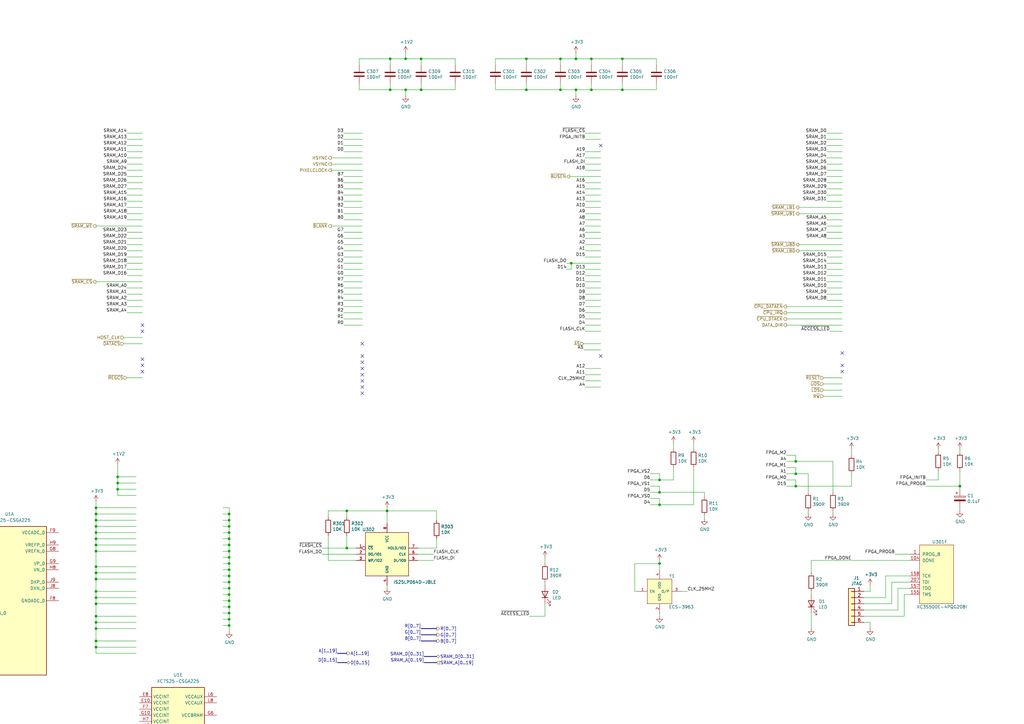
<source format=kicad_sch>
(kicad_sch (version 20230121) (generator eeschema)
  (paper "A3")
  (junction (at 39.37 265.43))
  (junction (at 93.98 223.52))
  (junction (at 39.37 245.11))
  (junction (at 215.9 24.13))
  (junction (at 160.02 24.13))
  (junction (at 39.37 220.98))
  (junction (at 48.26 195.58))
  (junction (at 39.37 223.52))
  (junction (at 39.37 226.06))
  (junction (at 242.57 24.13))
  (junction (at 93.98 210.82))
  (junction (at 229.87 36.83))
  (junction (at 142.24 224.79))
  (junction (at 142.24 209.55))
  (junction (at 93.98 213.36))
  (junction (at 39.37 252.73))
  (junction (at 93.98 218.44))
  (junction (at 93.98 233.68))
  (junction (at 326.39 189.23))
  (junction (at 215.9 36.83))
  (junction (at 236.22 36.83))
  (junction (at 93.98 246.38))
  (junction (at 39.37 234.95))
  (junction (at 39.37 247.65))
  (junction (at 48.26 198.12))
  (junction (at 39.37 257.81))
  (junction (at 39.37 255.27))
  (junction (at 39.37 210.82))
  (junction (at 229.87 24.13))
  (junction (at 172.72 36.83))
  (junction (at 93.98 220.98))
  (junction (at 93.98 248.92))
  (junction (at 234.315 107.95))
  (junction (at 39.37 218.44))
  (junction (at 255.27 24.13))
  (junction (at 93.98 241.3))
  (junction (at 39.37 213.36))
  (junction (at 93.98 243.84))
  (junction (at 39.37 242.57))
  (junction (at 255.27 36.83))
  (junction (at 93.98 251.46))
  (junction (at 93.98 231.14))
  (junction (at 166.37 24.13))
  (junction (at 270.51 196.85))
  (junction (at 270.51 201.93))
  (junction (at 270.51 231.14))
  (junction (at 39.37 237.49))
  (junction (at 48.26 200.66))
  (junction (at 166.37 36.83))
  (junction (at 39.37 215.9))
  (junction (at 93.98 228.6))
  (junction (at 39.37 208.28))
  (junction (at 270.51 207.01))
  (junction (at 93.98 236.22))
  (junction (at 160.02 36.83))
  (junction (at 326.39 199.39))
  (junction (at 93.98 254))
  (junction (at 236.22 24.13))
  (junction (at 242.57 36.83))
  (junction (at 39.37 232.41))
  (junction (at 393.7 199.39))
  (junction (at 93.98 215.9))
  (junction (at 93.98 226.06))
  (junction (at 39.37 262.89))
  (junction (at 93.98 238.76))
  (junction (at 172.72 24.13))
  (junction (at 93.98 256.54))
  (junction (at 326.39 194.31))
  (junction (at 158.75 209.55))
  (no_connect (at 148.59 146.05))
  (no_connect (at 148.59 148.59))
  (no_connect (at 246.38 59.69))
  (no_connect (at 345.44 149.86))
  (no_connect (at 345.44 152.4))
  (no_connect (at 345.44 144.78))
  (no_connect (at 58.42 133.35))
  (no_connect (at 58.42 135.89))
  (no_connect (at 58.42 147.32))
  (no_connect (at 58.42 149.86))
  (no_connect (at 58.42 152.4))
  (no_connect (at 148.59 140.97))
  (no_connect (at 148.59 161.29))
  (no_connect (at 148.59 158.75))
  (no_connect (at 148.59 156.21))
  (no_connect (at 148.59 153.67))
  (no_connect (at 148.59 151.13))
  (no_connect (at 246.38 146.05))
  (wire (pts (xy 337.82 157.48) (xy 345.44 157.48)))
  (wire (pts (xy 255.27 34.29) (xy 255.27 36.83)))
  (wire (pts (xy 93.98 256.54) (xy 91.44 256.54)))
  (wire (pts (xy 39.37 255.27) (xy 39.37 257.81)))
  (wire (pts (xy 58.42 90.17) (xy 52.07 90.17)))
  (wire (pts (xy 339.09 92.71) (xy 345.44 92.71)))
  (wire (pts (xy 39.37 208.28) (xy 39.37 210.82)))
  (wire (pts (xy 39.37 267.97) (xy 55.88 267.97)))
  (wire (pts (xy 203.2 36.83) (xy 215.9 36.83)))
  (wire (pts (xy 373.38 227.33) (xy 367.03 227.33)))
  (wire (pts (xy 39.37 245.11) (xy 39.37 247.65)))
  (wire (pts (xy 55.88 245.11) (xy 39.37 245.11)))
  (wire (pts (xy 91.44 215.9) (xy 93.98 215.9)))
  (wire (pts (xy 270.51 194.31) (xy 270.51 196.85)))
  (wire (pts (xy 91.44 254) (xy 93.98 254)))
  (wire (pts (xy 48.26 195.58) (xy 48.26 190.5)))
  (wire (pts (xy 393.7 185.42) (xy 393.7 184.15)))
  (wire (pts (xy 148.59 100.33) (xy 140.97 100.33)))
  (wire (pts (xy 166.37 21.59) (xy 166.37 24.13)))
  (wire (pts (xy 39.37 232.41) (xy 55.88 232.41)))
  (wire (pts (xy 255.27 24.13) (xy 269.24 24.13)))
  (wire (pts (xy 39.37 257.81) (xy 39.37 262.89)))
  (wire (pts (xy 246.38 95.25) (xy 240.03 95.25)))
  (wire (pts (xy 55.88 265.43) (xy 39.37 265.43)))
  (wire (pts (xy 240.03 133.35) (xy 246.38 133.35)))
  (wire (pts (xy 52.07 62.23) (xy 58.42 62.23)))
  (wire (pts (xy 55.88 223.52) (xy 39.37 223.52)))
  (wire (pts (xy 58.42 118.11) (xy 52.07 118.11)))
  (wire (pts (xy 384.81 185.42) (xy 384.81 184.15)))
  (wire (pts (xy 171.45 227.33) (xy 177.8 227.33)))
  (wire (pts (xy 55.88 237.49) (xy 39.37 237.49)))
  (wire (pts (xy 93.98 208.28) (xy 91.44 208.28)))
  (wire (pts (xy 345.44 100.33) (xy 327.66 100.33)))
  (wire (pts (xy 55.88 247.65) (xy 39.37 247.65)))
  (wire (pts (xy 373.38 243.84) (xy 370.84 243.84)))
  (wire (pts (xy 39.37 223.52) (xy 39.37 220.98)))
  (wire (pts (xy 240.03 123.19) (xy 246.38 123.19)))
  (wire (pts (xy 345.44 82.55) (xy 339.09 82.55)))
  (wire (pts (xy 246.38 102.87) (xy 240.03 102.87)))
  (wire (pts (xy 288.925 201.93) (xy 288.925 203.835)))
  (wire (pts (xy 39.37 92.71) (xy 58.42 92.71)))
  (wire (pts (xy 158.75 209.55) (xy 179.07 209.55)))
  (wire (pts (xy 134.62 219.71) (xy 134.62 229.87)))
  (wire (pts (xy 39.37 232.41) (xy 39.37 234.95)))
  (wire (pts (xy 58.42 102.87) (xy 52.07 102.87)))
  (wire (pts (xy 270.51 229.87) (xy 270.51 231.14)))
  (wire (pts (xy 270.51 251.46) (xy 270.51 252.73)))
  (wire (pts (xy 147.32 26.67) (xy 147.32 24.13)))
  (wire (pts (xy 142.24 212.09) (xy 142.24 209.55)))
  (wire (pts (xy 260.35 242.57) (xy 260.35 231.14)))
  (wire (pts (xy 349.25 199.39) (xy 349.25 194.31)))
  (wire (pts (xy 140.97 72.39) (xy 148.59 72.39)))
  (wire (pts (xy 276.225 196.85) (xy 276.225 191.77)))
  (wire (pts (xy 55.88 200.66) (xy 48.26 200.66)))
  (wire (pts (xy 261.62 242.57) (xy 260.35 242.57)))
  (wire (pts (xy 55.88 203.2) (xy 48.26 203.2)))
  (wire (pts (xy 354.33 245.11) (xy 363.22 245.11)))
  (wire (pts (xy 229.87 24.13) (xy 215.9 24.13)))
  (wire (pts (xy 266.7 199.39) (xy 270.51 199.39)))
  (wire (pts (xy 146.05 227.33) (xy 132.08 227.33)))
  (wire (pts (xy 39.37 226.06) (xy 39.37 232.41)))
  (wire (pts (xy 322.58 125.73) (xy 345.44 125.73)))
  (wire (pts (xy 327.66 102.87) (xy 345.44 102.87)))
  (wire (pts (xy 148.59 120.65) (xy 140.97 120.65)))
  (wire (pts (xy 93.98 228.6) (xy 93.98 226.06)))
  (wire (pts (xy 322.58 199.39) (xy 326.39 199.39)))
  (wire (pts (xy 240.03 130.81) (xy 246.38 130.81)))
  (wire (pts (xy 55.88 226.06) (xy 39.37 226.06)))
  (wire (pts (xy 326.39 186.69) (xy 326.39 189.23)))
  (wire (pts (xy 284.48 191.77) (xy 284.48 207.01)))
  (wire (pts (xy 239.395 143.51) (xy 246.38 143.51)))
  (wire (pts (xy 48.26 200.66) (xy 48.26 198.12)))
  (wire (pts (xy 142.24 209.55) (xy 158.75 209.55)))
  (wire (pts (xy 354.33 247.65) (xy 365.76 247.65)))
  (wire (pts (xy 58.42 105.41) (xy 52.07 105.41)))
  (wire (pts (xy 55.88 215.9) (xy 39.37 215.9)))
  (wire (pts (xy 266.7 204.47) (xy 270.51 204.47)))
  (wire (pts (xy 345.44 80.01) (xy 339.09 80.01)))
  (wire (pts (xy 322.58 186.69) (xy 326.39 186.69)))
  (wire (pts (xy 52.07 69.85) (xy 58.42 69.85)))
  (wire (pts (xy 39.37 262.89) (xy 39.37 265.43)))
  (wire (pts (xy 240.03 110.49) (xy 246.38 110.49)))
  (wire (pts (xy 148.59 130.81) (xy 140.97 130.81)))
  (wire (pts (xy 147.32 36.83) (xy 160.02 36.83)))
  (wire (pts (xy 327.66 85.09) (xy 345.44 85.09)))
  (bus (pts (xy 179.07 269.24) (xy 173.99 269.24)))
  (wire (pts (xy 240.03 64.77) (xy 246.38 64.77)))
  (wire (pts (xy 242.57 36.83) (xy 255.27 36.83)))
  (wire (pts (xy 234.315 107.95) (xy 234.315 110.49)))
  (wire (pts (xy 339.09 120.65) (xy 345.44 120.65)))
  (wire (pts (xy 172.72 24.13) (xy 172.72 26.67)))
  (wire (pts (xy 341.63 189.23) (xy 326.39 189.23)))
  (bus (pts (xy 138.43 267.97) (xy 142.24 267.97)))
  (wire (pts (xy 172.72 24.13) (xy 186.69 24.13)))
  (wire (pts (xy 91.44 228.6) (xy 93.98 228.6)))
  (wire (pts (xy 242.57 34.29) (xy 242.57 36.83)))
  (wire (pts (xy 140.97 54.61) (xy 148.59 54.61)))
  (wire (pts (xy 370.84 252.73) (xy 354.33 252.73)))
  (wire (pts (xy 240.03 135.89) (xy 246.38 135.89)))
  (wire (pts (xy 93.98 223.52) (xy 93.98 220.98)))
  (wire (pts (xy 158.75 240.03) (xy 158.75 241.3)))
  (wire (pts (xy 356.87 255.27) (xy 354.33 255.27)))
  (wire (pts (xy 55.88 220.98) (xy 39.37 220.98)))
  (wire (pts (xy 39.37 115.57) (xy 58.42 115.57)))
  (wire (pts (xy 58.42 87.63) (xy 52.07 87.63)))
  (wire (pts (xy 140.97 77.47) (xy 148.59 77.47)))
  (wire (pts (xy 93.98 213.36) (xy 93.98 210.82)))
  (wire (pts (xy 55.88 234.95) (xy 39.37 234.95)))
  (wire (pts (xy 39.37 213.36) (xy 55.88 213.36)))
  (wire (pts (xy 160.02 34.29) (xy 160.02 36.83)))
  (wire (pts (xy 345.44 74.93) (xy 339.09 74.93)))
  (wire (pts (xy 332.74 229.87) (xy 332.74 234.95)))
  (wire (pts (xy 345.44 57.15) (xy 339.09 57.15)))
  (wire (pts (xy 93.98 218.44) (xy 93.98 215.9)))
  (wire (pts (xy 339.09 95.25) (xy 345.44 95.25)))
  (wire (pts (xy 246.38 69.85) (xy 240.03 69.85)))
  (wire (pts (xy 148.59 97.79) (xy 140.97 97.79)))
  (wire (pts (xy 365.76 247.65) (xy 365.76 238.76)))
  (wire (pts (xy 288.925 212.725) (xy 288.925 211.455)))
  (wire (pts (xy 166.37 24.13) (xy 172.72 24.13)))
  (wire (pts (xy 229.87 36.83) (xy 236.22 36.83)))
  (wire (pts (xy 55.88 257.81) (xy 39.37 257.81)))
  (wire (pts (xy 39.37 242.57) (xy 39.37 245.11)))
  (wire (pts (xy 242.57 24.13) (xy 255.27 24.13)))
  (wire (pts (xy 55.88 210.82) (xy 39.37 210.82)))
  (wire (pts (xy 339.09 67.31) (xy 345.44 67.31)))
  (wire (pts (xy 246.38 82.55) (xy 240.03 82.55)))
  (wire (pts (xy 140.97 74.93) (xy 148.59 74.93)))
  (wire (pts (xy 158.75 209.55) (xy 158.75 208.28)))
  (wire (pts (xy 93.98 259.08) (xy 93.98 256.54)))
  (wire (pts (xy 39.37 210.82) (xy 39.37 213.36)))
  (bus (pts (xy 172.72 260.35) (xy 179.07 260.35)))
  (wire (pts (xy 284.48 207.01) (xy 270.51 207.01)))
  (wire (pts (xy 331.47 194.31) (xy 326.39 194.31)))
  (wire (pts (xy 215.9 34.29) (xy 215.9 36.83)))
  (wire (pts (xy 339.09 107.95) (xy 345.44 107.95)))
  (wire (pts (xy 236.22 39.37) (xy 236.22 36.83)))
  (wire (pts (xy 239.395 140.97) (xy 246.38 140.97)))
  (wire (pts (xy 148.59 107.95) (xy 140.97 107.95)))
  (wire (pts (xy 217.17 252.73) (xy 223.52 252.73)))
  (wire (pts (xy 326.39 194.31) (xy 326.39 191.77)))
  (wire (pts (xy 229.87 26.67) (xy 229.87 24.13)))
  (wire (pts (xy 93.98 231.14) (xy 93.98 228.6)))
  (wire (pts (xy 266.7 194.31) (xy 270.51 194.31)))
  (wire (pts (xy 240.03 120.65) (xy 246.38 120.65)))
  (wire (pts (xy 134.62 229.87) (xy 146.05 229.87)))
  (wire (pts (xy 368.3 250.19) (xy 368.3 241.3)))
  (wire (pts (xy 240.03 128.27) (xy 246.38 128.27)))
  (wire (pts (xy 270.51 196.85) (xy 276.225 196.85)))
  (wire (pts (xy 326.39 199.39) (xy 349.25 199.39)))
  (wire (pts (xy 255.27 36.83) (xy 269.24 36.83)))
  (wire (pts (xy 232.41 107.95) (xy 234.315 107.95)))
  (wire (pts (xy 246.38 97.79) (xy 240.03 97.79)))
  (wire (pts (xy 393.7 193.04) (xy 393.7 199.39)))
  (wire (pts (xy 58.42 110.49) (xy 52.07 110.49)))
  (wire (pts (xy 179.07 224.79) (xy 171.45 224.79)))
  (wire (pts (xy 91.44 236.22) (xy 93.98 236.22)))
  (wire (pts (xy 91.44 241.3) (xy 93.98 241.3)))
  (wire (pts (xy 140.97 82.55) (xy 148.59 82.55)))
  (wire (pts (xy 223.52 252.73) (xy 223.52 247.65)))
  (wire (pts (xy 340.36 135.89) (xy 345.44 135.89)))
  (wire (pts (xy 236.22 36.83) (xy 242.57 36.83)))
  (wire (pts (xy 39.37 218.44) (xy 55.88 218.44)))
  (wire (pts (xy 339.09 115.57) (xy 345.44 115.57)))
  (wire (pts (xy 160.02 36.83) (xy 166.37 36.83)))
  (wire (pts (xy 39.37 213.36) (xy 39.37 215.9)))
  (wire (pts (xy 345.44 62.23) (xy 339.09 62.23)))
  (wire (pts (xy 332.74 229.87) (xy 373.38 229.87)))
  (wire (pts (xy 58.42 123.19) (xy 52.07 123.19)))
  (wire (pts (xy 58.42 100.33) (xy 52.07 100.33)))
  (wire (pts (xy 58.42 107.95) (xy 52.07 107.95)))
  (wire (pts (xy 341.63 189.23) (xy 341.63 201.93)))
  (wire (pts (xy 91.44 218.44) (xy 93.98 218.44)))
  (wire (pts (xy 58.42 113.03) (xy 52.07 113.03)))
  (wire (pts (xy 179.07 220.98) (xy 179.07 224.79)))
  (wire (pts (xy 215.9 36.83) (xy 229.87 36.83)))
  (wire (pts (xy 91.44 243.84) (xy 93.98 243.84)))
  (wire (pts (xy 186.69 36.83) (xy 186.69 34.29)))
  (wire (pts (xy 48.26 203.2) (xy 48.26 200.66)))
  (wire (pts (xy 91.44 213.36) (xy 93.98 213.36)))
  (wire (pts (xy 58.42 77.47) (xy 52.07 77.47)))
  (wire (pts (xy 148.59 123.19) (xy 140.97 123.19)))
  (wire (pts (xy 345.44 64.77) (xy 339.09 64.77)))
  (wire (pts (xy 140.97 85.09) (xy 148.59 85.09)))
  (wire (pts (xy 236.22 24.13) (xy 229.87 24.13)))
  (wire (pts (xy 233.68 72.39) (xy 246.38 72.39)))
  (wire (pts (xy 215.9 26.67) (xy 215.9 24.13)))
  (wire (pts (xy 135.89 67.31) (xy 148.59 67.31)))
  (wire (pts (xy 140.97 110.49) (xy 148.59 110.49)))
  (wire (pts (xy 339.09 118.11) (xy 345.44 118.11)))
  (wire (pts (xy 229.87 34.29) (xy 229.87 36.83)))
  (wire (pts (xy 379.73 196.85) (xy 384.81 196.85)))
  (wire (pts (xy 384.81 193.04) (xy 384.81 196.85)))
  (wire (pts (xy 39.37 208.28) (xy 55.88 208.28)))
  (wire (pts (xy 140.97 57.15) (xy 148.59 57.15)))
  (wire (pts (xy 246.38 158.75) (xy 240.03 158.75)))
  (wire (pts (xy 93.98 251.46) (xy 93.98 248.92)))
  (wire (pts (xy 39.37 247.65) (xy 39.37 252.73)))
  (wire (pts (xy 270.51 201.93) (xy 288.925 201.93)))
  (wire (pts (xy 58.42 128.27) (xy 52.07 128.27)))
  (wire (pts (xy 52.07 57.15) (xy 58.42 57.15)))
  (wire (pts (xy 140.97 62.23) (xy 148.59 62.23)))
  (bus (pts (xy 179.07 262.89) (xy 172.72 262.89)))
  (wire (pts (xy 158.75 214.63) (xy 158.75 209.55)))
  (wire (pts (xy 50.8 140.97) (xy 58.42 140.97)))
  (wire (pts (xy 246.38 151.13) (xy 240.03 151.13)))
  (wire (pts (xy 354.33 250.19) (xy 368.3 250.19)))
  (wire (pts (xy 246.38 80.01) (xy 240.03 80.01)))
  (wire (pts (xy 337.82 160.02) (xy 345.44 160.02)))
  (wire (pts (xy 240.03 125.73) (xy 246.38 125.73)))
  (wire (pts (xy 39.37 234.95) (xy 39.37 237.49)))
  (wire (pts (xy 93.98 256.54) (xy 93.98 254)))
  (wire (pts (xy 179.07 209.55) (xy 179.07 213.36)))
  (wire (pts (xy 339.09 110.49) (xy 345.44 110.49)))
  (wire (pts (xy 39.37 237.49) (xy 39.37 242.57)))
  (wire (pts (xy 148.59 118.11) (xy 140.97 118.11)))
  (wire (pts (xy 326.39 189.23) (xy 322.58 189.23)))
  (wire (pts (xy 166.37 39.37) (xy 166.37 36.83)))
  (wire (pts (xy 91.44 223.52) (xy 93.98 223.52)))
  (wire (pts (xy 91.44 231.14) (xy 93.98 231.14)))
  (wire (pts (xy 148.59 105.41) (xy 140.97 105.41)))
  (wire (pts (xy 322.58 196.85) (xy 326.39 196.85)))
  (wire (pts (xy 339.09 72.39) (xy 345.44 72.39)))
  (wire (pts (xy 171.45 229.87) (xy 177.8 229.87)))
  (wire (pts (xy 246.38 156.21) (xy 240.03 156.21)))
  (wire (pts (xy 322.58 130.81) (xy 345.44 130.81)))
  (wire (pts (xy 270.51 196.85) (xy 266.7 196.85)))
  (wire (pts (xy 148.59 125.73) (xy 140.97 125.73)))
  (wire (pts (xy 379.73 199.39) (xy 393.7 199.39)))
  (wire (pts (xy 93.98 226.06) (xy 93.98 223.52)))
  (wire (pts (xy 246.38 77.47) (xy 240.03 77.47)))
  (wire (pts (xy 322.58 133.35) (xy 345.44 133.35)))
  (wire (pts (xy 140.97 80.01) (xy 148.59 80.01)))
  (wire (pts (xy 332.74 251.46) (xy 332.74 257.81)))
  (wire (pts (xy 322.58 194.31) (xy 326.39 194.31)))
  (wire (pts (xy 93.98 236.22) (xy 93.98 233.68)))
  (wire (pts (xy 393.7 200.66) (xy 393.7 199.39)))
  (wire (pts (xy 140.97 90.17) (xy 148.59 90.17)))
  (wire (pts (xy 339.09 113.03) (xy 345.44 113.03)))
  (wire (pts (xy 363.22 236.22) (xy 373.38 236.22)))
  (wire (pts (xy 242.57 26.67) (xy 242.57 24.13)))
  (wire (pts (xy 58.42 95.25) (xy 52.07 95.25)))
  (wire (pts (xy 148.59 64.77) (xy 135.89 64.77)))
  (wire (pts (xy 166.37 36.83) (xy 172.72 36.83)))
  (wire (pts (xy 234.315 107.95) (xy 246.38 107.95)))
  (wire (pts (xy 52.07 59.69) (xy 58.42 59.69)))
  (wire (pts (xy 39.37 220.98) (xy 39.37 218.44)))
  (wire (pts (xy 349.25 186.69) (xy 349.25 184.15)))
  (wire (pts (xy 91.44 238.76) (xy 93.98 238.76)))
  (wire (pts (xy 55.88 252.73) (xy 39.37 252.73)))
  (wire (pts (xy 55.88 198.12) (xy 48.26 198.12)))
  (wire (pts (xy 39.37 215.9) (xy 39.37 218.44)))
  (wire (pts (xy 91.44 248.92) (xy 93.98 248.92)))
  (wire (pts (xy 266.7 201.93) (xy 270.51 201.93)))
  (wire (pts (xy 91.44 226.06) (xy 93.98 226.06)))
  (wire (pts (xy 203.2 34.29) (xy 203.2 36.83)))
  (wire (pts (xy 52.07 74.93) (xy 58.42 74.93)))
  (wire (pts (xy 39.37 265.43) (xy 39.37 267.97)))
  (wire (pts (xy 240.03 118.11) (xy 246.38 118.11)))
  (wire (pts (xy 345.44 59.69) (xy 339.09 59.69)))
  (wire (pts (xy 242.57 24.13) (xy 236.22 24.13)))
  (wire (pts (xy 368.3 241.3) (xy 373.38 241.3)))
  (wire (pts (xy 55.88 262.89) (xy 39.37 262.89)))
  (wire (pts (xy 246.38 92.71) (xy 240.03 92.71)))
  (wire (pts (xy 39.37 226.06) (xy 39.37 223.52)))
  (wire (pts (xy 132.08 224.79) (xy 142.24 224.79)))
  (wire (pts (xy 246.38 100.33) (xy 240.03 100.33)))
  (wire (pts (xy 322.58 191.77) (xy 326.39 191.77)))
  (wire (pts (xy 148.59 102.87) (xy 140.97 102.87)))
  (wire (pts (xy 39.37 205.74) (xy 39.37 208.28)))
  (wire (pts (xy 332.74 243.84) (xy 332.74 242.57)))
  (wire (pts (xy 93.98 243.84) (xy 93.98 241.3)))
  (wire (pts (xy 246.38 74.93) (xy 240.03 74.93)))
  (wire (pts (xy 147.32 34.29) (xy 147.32 36.83)))
  (wire (pts (xy 58.42 54.61) (xy 52.07 54.61)))
  (wire (pts (xy 39.37 252.73) (xy 39.37 255.27)))
  (wire (pts (xy 370.84 243.84) (xy 370.84 252.73)))
  (wire (pts (xy 354.33 242.57) (xy 356.87 242.57)))
  (wire (pts (xy 93.98 246.38) (xy 91.44 246.38)))
  (wire (pts (xy 93.98 251.46) (xy 91.44 251.46)))
  (wire (pts (xy 339.09 123.19) (xy 345.44 123.19)))
  (wire (pts (xy 58.42 97.79) (xy 52.07 97.79)))
  (wire (pts (xy 52.07 64.77) (xy 58.42 64.77)))
  (wire (pts (xy 356.87 257.81) (xy 356.87 255.27)))
  (wire (pts (xy 186.69 24.13) (xy 186.69 26.67)))
  (wire (pts (xy 50.8 138.43) (xy 58.42 138.43)))
  (wire (pts (xy 52.07 72.39) (xy 58.42 72.39)))
  (wire (pts (xy 341.63 210.82) (xy 341.63 209.55)))
  (wire (pts (xy 55.88 242.57) (xy 39.37 242.57)))
  (wire (pts (xy 236.22 21.59) (xy 236.22 24.13)))
  (wire (pts (xy 134.62 212.09) (xy 134.62 209.55)))
  (wire (pts (xy 276.225 184.15) (xy 276.225 181.61)))
  (wire (pts (xy 91.44 220.98) (xy 93.98 220.98)))
  (wire (pts (xy 147.32 24.13) (xy 160.02 24.13)))
  (wire (pts (xy 270.51 204.47) (xy 270.51 207.01)))
  (wire (pts (xy 240.03 54.61) (xy 246.38 54.61)))
  (wire (pts (xy 215.9 24.13) (xy 203.2 24.13)))
  (wire (pts (xy 246.38 153.67) (xy 240.03 153.67)))
  (wire (pts (xy 93.98 238.76) (xy 93.98 236.22)))
  (wire (pts (xy 266.7 207.01) (xy 270.51 207.01)))
  (wire (pts (xy 339.09 105.41) (xy 345.44 105.41)))
  (wire (pts (xy 148.59 95.25) (xy 140.97 95.25)))
  (wire (pts (xy 93.98 246.38) (xy 93.98 243.84)))
  (wire (pts (xy 337.82 154.94) (xy 345.44 154.94)))
  (bus (pts (xy 173.99 271.78) (xy 179.07 271.78)))
  (wire (pts (xy 93.98 210.82) (xy 93.98 208.28)))
  (wire (pts (xy 363.22 245.11) (xy 363.22 236.22)))
  (wire (pts (xy 339.09 90.17) (xy 345.44 90.17)))
  (wire (pts (xy 281.94 242.57) (xy 279.4 242.57)))
  (wire (pts (xy 326.39 196.85) (xy 326.39 199.39)))
  (wire (pts (xy 246.38 85.09) (xy 240.03 85.09)))
  (wire (pts (xy 223.52 228.6) (xy 223.52 231.14)))
  (wire (pts (xy 365.76 238.76) (xy 373.38 238.76)))
  (wire (pts (xy 93.98 233.68) (xy 93.98 231.14)))
  (wire (pts (xy 240.03 115.57) (xy 246.38 115.57)))
  (wire (pts (xy 148.59 113.03) (xy 140.97 113.03)))
  (wire (pts (xy 246.38 90.17) (xy 240.03 90.17)))
  (wire (pts (xy 52.07 154.94) (xy 58.42 154.94)))
  (wire (pts (xy 52.07 80.01) (xy 58.42 80.01)))
  (wire (pts (xy 48.26 198.12) (xy 48.26 195.58)))
  (wire (pts (xy 148.59 133.35) (xy 140.97 133.35)))
  (wire (pts (xy 331.47 209.55) (xy 331.47 210.82)))
  (wire (pts (xy 55.88 195.58) (xy 48.26 195.58)))
  (wire (pts (xy 93.98 241.3) (xy 93.98 238.76)))
  (wire (pts (xy 172.72 34.29) (xy 172.72 36.83)))
  (wire (pts (xy 337.82 162.56) (xy 345.44 162.56)))
  (wire (pts (xy 140.97 59.69) (xy 148.59 59.69)))
  (wire (pts (xy 240.03 113.03) (xy 246.38 113.03)))
  (wire (pts (xy 269.24 24.13) (xy 269.24 26.67)))
  (wire (pts (xy 93.98 254) (xy 93.98 251.46)))
  (wire (pts (xy 240.03 67.31) (xy 246.38 67.31)))
  (wire (pts (xy 345.44 77.47) (xy 339.09 77.47)))
  (wire (pts (xy 134.62 209.55) (xy 142.24 209.55)))
  (wire (pts (xy 260.35 231.14) (xy 270.51 231.14)))
  (wire (pts (xy 93.98 220.98) (xy 93.98 218.44)))
  (bus (pts (xy 172.72 257.81) (xy 179.07 257.81)))
  (wire (pts (xy 142.24 219.71) (xy 142.24 224.79)))
  (wire (pts (xy 148.59 69.85) (xy 135.89 69.85)))
  (wire (pts (xy 339.09 97.79) (xy 345.44 97.79)))
  (wire (pts (xy 246.38 57.15) (xy 240.03 57.15)))
  (wire (pts (xy 240.03 105.41) (xy 246.38 105.41)))
  (wire (pts (xy 246.38 87.63) (xy 240.03 87.63)))
  (wire (pts (xy 148.59 115.57) (xy 140.97 115.57)))
  (wire (pts (xy 160.02 24.13) (xy 166.37 24.13)))
  (wire (pts (xy 140.97 87.63) (xy 148.59 87.63)))
  (wire (pts (xy 270.51 201.93) (xy 270.51 199.39)))
  (wire (pts (xy 148.59 128.27) (xy 140.97 128.27)))
  (wire (pts (xy 203.2 24.13) (xy 203.2 26.67)))
  (wire (pts (xy 284.48 184.15) (xy 284.48 181.61)))
  (wire (pts (xy 52.07 125.73) (xy 58.42 125.73)))
  (wire (pts (xy 356.87 242.57) (xy 356.87 240.03)))
  (wire (pts (xy 234.315 110.49) (xy 232.41 110.49)))
  (wire (pts (xy 345.44 54.61) (xy 339.09 54.61)))
  (wire (pts (xy 393.7 209.55) (xy 393.7 208.28)))
  (wire (pts (xy 269.24 36.83) (xy 269.24 34.29)))
  (wire (pts (xy 55.88 255.27) (xy 39.37 255.27)))
  (wire (pts (xy 322.58 128.27) (xy 345.44 128.27)))
  (wire (pts (xy 58.42 82.55) (xy 52.07 82.55)))
  (wire (pts (xy 58.42 85.09) (xy 52.07 85.09)))
  (wire (pts (xy 223.52 240.03) (xy 223.52 238.76)))
  (wire (pts (xy 91.44 233.68) (xy 93.98 233.68)))
  (wire (pts (xy 255.27 24.13) (xy 255.27 26.67)))
  (wire (pts (xy 345.44 69.85) (xy 339.09 69.85)))
  (bus (pts (xy 142.24 271.78) (xy 138.43 271.78)))
  (wire (pts (xy 246.38 62.23) (xy 240.03 62.23)))
  (wire (pts (xy 52.07 67.31) (xy 58.42 67.31)))
  (wire (pts (xy 172.72 36.83) (xy 186.69 36.83)))
  (wire (pts (xy 142.24 224.79) (xy 146.05 224.79)))
  (wire (pts (xy 160.02 26.67) (xy 160.02 24.13)))
  (wire (pts (xy 91.44 210.82) (xy 93.98 210.82)))
  (wire (pts (xy 93.98 215.9) (xy 93.98 213.36)))
  (wire (pts (xy 345.44 87.63) (xy 327.66 87.63)))
  (wire (pts (xy 93.98 248.92) (xy 93.98 246.38)))
  (wire (pts (xy 270.51 231.14) (xy 270.51 233.68)))
  (wire (pts (xy 331.47 194.31) (xy 331.47 201.93)))
  (wire (pts (xy 58.42 120.65) (xy 52.07 120.65)))
  (wire (pts (xy 148.59 92.71) (xy 135.89 92.71)))
  (label "~{FLASH_CS}" (at 132.08 224.79 180))
  (label "SRAM_A3" (at 52.07 125.73 180))
  (label "SRAM_A5" (at 339.09 90.17 180))
  (label "A4" (at 240.03 158.75 180))
  (label "D4" (at 240.03 133.35 180))
  (label "~{FLASH_CS}" (at 240.03 54.61 180))
  (label "SRAM_D10" (at 339.09 118.11 180))
  (label "A1" (at 322.58 194.31 180))
  (label "A13" (at 240.03 82.55 180))
  (label "FLASH_DO" (at 232.41 107.95 180))
  (label "FPGA_M2" (at 322.58 186.69 180))
  (label "D9" (at 240.03 120.65 180))
  (label "FPGA_PROGB" (at 379.73 199.39 180))
  (label "SRAM_D13" (at 339.09 110.49 180))
  (label "SRAM_D25" (at 52.07 72.39 180))
  (label "R2" (at 140.97 128.27 180))
  (label "SRAM_D[0..31]" (at 173.99 269.24 180))
  (label "SRAM_D14" (at 339.09 107.95 180))
  (label "SRAM_A17" (at 52.07 85.09 180))
  (label "SRAM_D5" (at 339.09 67.31 180))
  (label "FLASH_DI" (at 177.8 229.87 0))
  (label "A6" (at 240.03 95.25 180))
  (label "D15" (at 322.58 199.39 180))
  (label "D[0..15]" (at 138.43 271.78 180))
  (label "FLASH_DO" (at 132.08 227.33 180))
  (label "SRAM_A6" (at 339.09 92.71 180))
  (label "D13" (at 240.03 110.49 180))
  (label "G6" (at 140.97 97.79 180))
  (label "D4" (at 266.7 207.01 180))
  (label "FPGA_VS1" (at 266.7 199.39 180))
  (label "B3" (at 140.97 82.55 180))
  (label "FPGA_INITB" (at 240.03 57.15 180))
  (label "D15" (at 240.03 105.41 180))
  (label "D2" (at 140.97 57.15 180))
  (label "D6" (at 240.03 128.27 180))
  (label "R6" (at 140.97 118.11 180))
  (label "SRAM_A0" (at 52.07 118.11 180))
  (label "CLK_25MHZ" (at 281.94 242.57 0))
  (label "G7" (at 140.97 95.25 180))
  (label "A4" (at 322.58 189.23 180))
  (label "SRAM_D31" (at 339.09 82.55 180))
  (label "B4" (at 140.97 80.01 180))
  (label "A18" (at 240.03 69.85 180))
  (label "SRAM_A18" (at 52.07 87.63 180))
  (label "A7" (at 240.03 92.71 180))
  (label "G0" (at 140.97 113.03 180))
  (label "SRAM_D20" (at 52.07 102.87 180))
  (label "SRAM_A11" (at 52.07 62.23 180))
  (label "D5" (at 240.03 130.81 180))
  (label "FPGA_VS0" (at 266.7 204.47 180))
  (label "SRAM_D15" (at 339.09 105.41 180))
  (label "R[0..7]" (at 172.72 257.81 180))
  (label "B7" (at 140.97 72.39 180))
  (label "A8" (at 240.03 90.17 180))
  (label "FLASH_CLK" (at 240.03 135.89 180))
  (label "D11" (at 240.03 115.57 180))
  (label "SRAM_D16" (at 52.07 113.03 180))
  (label "SRAM_A15" (at 52.07 80.01 180))
  (label "B2" (at 140.97 85.09 180))
  (label "G4" (at 140.97 102.87 180))
  (label "R0" (at 140.97 133.35 180))
  (label "SRAM_D6" (at 339.09 69.85 180))
  (label "SRAM_D24" (at 52.07 69.85 180))
  (label "G2" (at 140.97 107.95 180))
  (label "SRAM_A12" (at 52.07 59.69 180))
  (label "D5" (at 266.7 201.93 180))
  (label "SRAM_D7" (at 339.09 72.39 180))
  (label "SRAM_D8" (at 339.09 123.19 180))
  (label "G1" (at 140.97 110.49 180))
  (label "A12" (at 240.03 151.13 180))
  (label "D3" (at 140.97 54.61 180))
  (label "A2" (at 240.03 100.33 180))
  (label "SRAM_D0" (at 339.09 54.61 180))
  (label "SRAM_A9" (at 52.07 67.31 180))
  (label "D12" (at 240.03 113.03 180))
  (label "SRAM_A2" (at 52.07 123.19 180))
  (label "R4" (at 140.97 123.19 180))
  (label "SRAM_D29" (at 339.09 77.47 180))
  (label "A19" (at 240.03 62.23 180))
  (label "D1" (at 140.97 59.69 180))
  (label "SRAM_A1" (at 52.07 120.65 180))
  (label "A15" (at 240.03 77.47 180))
  (label "SRAM_D23" (at 52.07 95.25 180))
  (label "FPGA_INITB" (at 379.73 196.85 180))
  (label "SRAM_D18" (at 52.07 107.95 180))
  (label "SRAM_D27" (at 52.07 77.47 180))
  (label "SRAM_D2" (at 339.09 59.69 180))
  (label "D14" (at 232.41 110.49 180))
  (label "SRAM_A8" (at 339.09 97.79 180))
  (label "B0" (at 140.97 90.17 180))
  (label "A5" (at 239.395 143.51 180))
  (label "FPGA_M1" (at 322.58 191.77 180))
  (label "SRAM_D26" (at 52.07 74.93 180))
  (label "FPGA_PROGB" (at 367.03 227.33 180))
  (label "CLK_25MHZ" (at 240.03 156.21 180))
  (label "D7" (at 240.03 125.73 180))
  (label "G3" (at 140.97 105.41 180))
  (label "A17" (at 240.03 64.77 180))
  (label "SRAM_A19" (at 52.07 90.17 180))
  (label "D8" (at 240.03 123.19 180))
  (label "FLASH_DI" (at 240.03 67.31 180))
  (label "SRAM_A13" (at 52.07 57.15 180))
  (label "SRAM_A4" (at 52.07 128.27 180))
  (label "FPGA_M0" (at 322.58 196.85 180))
  (label "B1" (at 140.97 87.63 180))
  (label "SRAM_D9" (at 339.09 120.65 180))
  (label "SRAM_D22" (at 52.07 97.79 180))
  (label "D10" (at 240.03 118.11 180))
  (label "SRAM_D11" (at 339.09 115.57 180))
  (label "SRAM_A16" (at 52.07 82.55 180))
  (label "A14" (at 240.03 80.01 180))
  (label "SRAM_A14" (at 52.07 54.61 180))
  (label "B6" (at 140.97 74.93 180))
  (label "~{ACCESS_LED}" (at 340.36 135.89 180))
  (label "A3" (at 240.03 97.79 180))
  (label "R7" (at 140.97 115.57 180))
  (label "~{ACCESS_LED}" (at 217.17 252.73 180))
  (label "A9" (at 240.03 87.63 180))
  (label "A1" (at 240.03 102.87 180))
  (label "A10" (at 240.03 85.09 180))
  (label "FLASH_CLK" (at 177.8 227.33 0))
  (label "FPGA_VS2" (at 266.7 194.31 180))
  (label "SRAM_D1" (at 339.09 57.15 180))
  (label "SRAM_D12" (at 339.09 113.03 180))
  (label "G[0..7]" (at 172.72 260.35 180))
  (label "SRAM_A[0..19]" (at 173.99 271.78 180))
  (label "SRAM_D4" (at 339.09 64.77 180))
  (label "R1" (at 140.97 130.81 180))
  (label "B5" (at 140.97 77.47 180))
  (label "SRAM_A7" (at 339.09 95.25 180))
  (label "G5" (at 140.97 100.33 180))
  (label "SRAM_D28" (at 339.09 74.93 180))
  (label "D6" (at 266.7 196.85 180))
  (label "A16" (at 240.03 74.93 180))
  (label "SRAM_D21" (at 52.07 100.33 180))
  (label "D0" (at 140.97 62.23 180))
  (label "SRAM_D3" (at 339.09 62.23 180))
  (label "R5" (at 140.97 120.65 180))
  (label "B[0..7]" (at 172.72 262.89 180))
  (label "SRAM_D17" (at 52.07 110.49 180))
  (label "SRAM_D19" (at 52.07 105.41 180))
  (label "A[1..19]" (at 138.43 267.97 180))
  (label "SRAM_A10" (at 52.07 64.77 180))
  (label "SRAM_D30" (at 339.09 80.01 180))
  (label "FPGA_DONE" (at 349.25 229.87 180))
  (label "R3" (at 140.97 125.73 180))
  (label "A11" (at 240.03 153.67 180))
  (hierarchical_label "~{BLANK}" (shape output) (at 135.89 92.71 180))
  (hierarchical_label "R[0..7]" (shape output) (at 179.07 257.81 0))
  (hierarchical_label "~{SRAM_LB1}" (shape output) (at 327.66 85.09 180))
  (hierarchical_label "~{SRAM_CS}" (shape output) (at 39.37 115.57 180))
  (hierarchical_label "~{REGCS}" (shape input) (at 52.07 154.94 180))
  (hierarchical_label "VSYNC" (shape output) (at 135.89 67.31 180))
  (hierarchical_label "~{CPU_DATAEN}" (shape output) (at 322.58 125.73 180))
  (hierarchical_label "SRAM_D[0..31]" (shape bidirectional) (at 179.07 269.24 0))
  (hierarchical_label "R~{W}" (shape input) (at 337.82 162.56 180))
  (hierarchical_label "~{BUSEN}" (shape output) (at 233.68 72.39 180))
  (hierarchical_label "~{LDS}" (shape input) (at 337.82 160.02 180))
  (hierarchical_label "~{AS}" (shape input) (at 239.395 140.97 180))
  (hierarchical_label "G[0..7]" (shape output) (at 179.07 260.35 0))
  (hierarchical_label "~{SRAM_LB0}" (shape output) (at 327.66 102.87 180))
  (hierarchical_label "~{UDS}" (shape input) (at 337.82 157.48 180))
  (hierarchical_label "~{DATACS}" (shape input) (at 50.8 140.97 180))
  (hierarchical_label "A[1..19]" (shape output) (at 142.24 267.97 0))
  (hierarchical_label "HOST_CLK" (shape input) (at 50.8 138.43 180))
  (hierarchical_label "DATA_DIR" (shape output) (at 322.58 133.35 180))
  (hierarchical_label "B[0..7]" (shape output) (at 179.07 262.89 0))
  (hierarchical_label "~{CPU_DTACK}" (shape output) (at 322.58 130.81 180))
  (hierarchical_label "~{SRAM_UB0}" (shape output) (at 327.66 100.33 180))
  (hierarchical_label "SRAM_A[0..19]" (shape input) (at 179.07 271.78 0))
  (hierarchical_label "~{RESET}" (shape input) (at 337.82 154.94 180))
  (hierarchical_label "~{SRAM_UB1}" (shape output) (at 327.66 87.63 180))
  (hierarchical_label "~{CPU_IRQ}" (shape output) (at 322.58 128.27 180))
  (hierarchical_label "PIXELCLOCK" (shape output) (at 135.89 69.85 180))
  (hierarchical_label "~{SRAM_WE}" (shape output) (at 39.37 92.71 180))
  (hierarchical_label "HSYNC" (shape output) (at 135.89 64.77 180))
  (hierarchical_label "D[0..15]" (shape bidirectional) (at 142.24 271.78 0))
  (symbol (lib_id "power:GND") (at 93.98 259.08 0) (unit 1)
    (property "Reference" "#PWR0303" (effects hide))
    (property "Value" "GND" (at 94.107 263.4742 0))
  )
  (symbol (lib_id "power:+1V2") (at 48.26 190.5 0) (unit 1)
    (property "Reference" "#PWR0302" (effects hide))
    (property "Value" "+1V2" (at 48.641 186.1058 0))
  )
  (symbol (lib_id "Ddraig:W25Q64JVSSIM") (at 158.75 227.33 0) (unit 1)
    (property "Reference" "U302" (at 151.13 217.17 0))
    (property "Value" "IS25LP064D-JBLE" (at 170.18 238.76 0))
    (property "Footprint" "Ddraig:SOIC127P790X195-8N" (effects hide))
  )
  (symbol (lib_id "power:+3V3") (at 158.75 208.28 0) (unit 1)
    (property "Reference" "#PWR0306" (effects hide))
    (property "Value" "+3V3" (at 159.131 203.8858 0))
  )
  (symbol (lib_id "power:GND") (at 158.75 241.3 0) (unit 1)
    (property "Reference" "#PWR0307" (effects hide))
    (property "Value" "GND" (at 158.877 245.6942 0))
  )
  (symbol (lib_id "Device:R") (at 179.07 217.17 0) (unit 1)
    (property "Reference" "R303" (at 180.848 216.0016 0) (effects (justify left)))
    (property "Value" "10K" (at 180.848 218.313 0) (effects (justify left)))
    (property "Footprint" "Resistor_SMD:R_0805_2012Metric" (effects hide))
  )
  (symbol (lib_id "Device:R") (at 142.24 215.9 0) (unit 1)
    (property "Reference" "R302" (at 144.018 214.7316 0) (effects (justify left)))
    (property "Value" "10K" (at 144.018 217.043 0) (effects (justify left)))
    (property "Footprint" "Resistor_SMD:R_0805_2012Metric" (effects hide))
  )
  (symbol (lib_id "Device:R") (at 134.62 215.9 0) (unit 1)
    (property "Reference" "R301" (at 136.398 214.7316 0) (effects (justify left)))
    (property "Value" "10K" (at 136.398 217.043 0) (effects (justify left)))
    (property "Footprint" "Resistor_SMD:R_0805_2012Metric" (effects hide))
  )
  (symbol (lib_id "Ddraig:XC3S500E-4PQG208I") (at 384.81 236.22 0) (unit 6)
    (property "Reference" "U301" (at 382.27 222.25 0) (effects (justify left)))
    (property "Value" "XC3S500E-4PQG208I" (at 375.92 248.92 0) (effects (justify left)))
    (property "Footprint" "Ddraig:QFP50P3060X3060X409-208N" (effects hide))
  )
  (symbol (lib_id "Ddraig:ECS-3963") (at 270.51 242.57 0) (unit 1)
    (property "Reference" "Y1" (at 274.32 236.22 0) (effects (justify left)))
    (property "Value" "ECS-3963" (at 274.32 248.92 0) (effects (justify left)))
    (property "Footprint" "Ddraig:OSC_ECS-3963" (effects hide))
    (property "STANDARD" "Manufacturer Recommendations" (effects hide))
    (property "MANUFACTURER" "ECS Inc" (effects hide))
    (property "PARTREV" "N/A" (effects hide))
  )
  (symbol (lib_id "power:+3V3") (at 270.51 229.87 0) (unit 1)
    (property "Reference" "#PWR01" (effects hide))
    (property "Value" "+3V3" (at 270.891 225.4758 0))
  )
  (symbol (lib_id "power:GND") (at 270.51 252.73 0) (unit 1)
    (property "Reference" "#PWR02" (effects hide))
    (property "Value" "GND" (at 270.637 257.1242 0))
  )
  (symbol (lib_id "power:GND") (at 331.47 210.82 0) (unit 1)
    (property "Reference" "#PWR03" (effects hide))
    (property "Value" "GND" (at 331.597 215.2142 0))
  )
  (symbol (lib_id "Device:R") (at 341.63 205.74 0) (unit 1)
    (property "Reference" "R3" (at 343.408 204.5716 0) (effects (justify left)))
    (property "Value" "390R" (at 343.408 206.883 0) (effects (justify left)))
    (property "Footprint" "Resistor_SMD:R_0805_2012Metric" (effects hide))
  )
  (symbol (lib_id "Device:R") (at 331.47 205.74 0) (unit 1)
    (property "Reference" "R1" (at 333.248 204.5716 0) (effects (justify left)))
    (property "Value" "390R" (at 333.248 206.883 0) (effects (justify left)))
    (property "Footprint" "Resistor_SMD:R_0805_2012Metric" (effects hide))
  )
  (symbol (lib_id "Device:C_Polarized") (at 393.7 204.47 0) (unit 1)
    (property "Reference" "C1" (at 396.6972 203.3016 0) (effects (justify left)))
    (property "Value" "0.1uF" (at 396.6972 205.613 0) (effects (justify left)))
    (property "Footprint" "Capacitor_SMD:CP_Elec_4x5.3" (effects hide))
  )
  (symbol (lib_id "power:GND") (at 393.7 209.55 0) (unit 1)
    (property "Reference" "#PWR011" (effects hide))
    (property "Value" "GND" (at 393.827 213.9442 0))
  )
  (symbol (lib_id "Device:LED") (at 332.74 247.65 90) (unit 1)
    (property "Reference" "D1" (at 335.7372 246.6594 90) (effects (justify right)))
    (property "Value" "LED" (at 335.7372 248.9708 90) (effects (justify right)))
    (property "Footprint" "LED_SMD:LED_1206_3216Metric" (effects hide))
  )
  (symbol (lib_id "Connector_Generic:Conn_01x06") (at 349.25 247.65 0) (mirror y) (unit 1)
    (property "Reference" "J1" (at 351.3328 237.0582 0))
    (property "Value" "JTAG" (at 351.3328 239.3696 0))
    (property "Footprint" "Connector_PinHeader_2.54mm:PinHeader_1x06_P2.54mm_Vertical" (effects hide))
  )
  (symbol (lib_id "power:+3V3") (at 356.87 240.03 0) (unit 1)
    (property "Reference" "#PWR07" (effects hide))
    (property "Value" "+3V3" (at 357.251 235.6358 0))
  )
  (symbol (lib_id "power:GND") (at 356.87 257.81 0) (unit 1)
    (property "Reference" "#PWR08" (effects hide))
    (property "Value" "GND" (at 356.997 262.2042 0))
  )
  (symbol (lib_id "Device:R") (at 332.74 238.76 0) (unit 1)
    (property "Reference" "R2" (at 334.518 237.5916 0) (effects (justify left)))
    (property "Value" "390R" (at 334.518 239.903 0) (effects (justify left)))
    (property "Footprint" "Resistor_SMD:R_0805_2012Metric" (effects hide))
  )
  (symbol (lib_id "Device:C") (at 242.57 30.48 0) (unit 1)
    (property "Reference" "C304" (at 245.491 29.3116 0) (effects (justify left)))
    (property "Value" "100nF" (at 245.491 31.623 0) (effects (justify left)))
    (property "Footprint" "Capacitor_SMD:C_0805_2012Metric" (effects hide))
  )
  (symbol (lib_id "power:GND") (at 236.22 39.37 0) (unit 1)
    (property "Reference" "#PWR0305" (effects hide))
    (property "Value" "GND" (at 236.347 43.7642 0))
  )
  (symbol (lib_id "Device:C") (at 255.27 30.48 0) (unit 1)
    (property "Reference" "C305" (at 258.191 29.3116 0) (effects (justify left)))
    (property "Value" "100nF" (at 258.191 31.623 0) (effects (justify left)))
    (property "Footprint" "Capacitor_SMD:C_0805_2012Metric" (effects hide))
  )
  (symbol (lib_id "Device:C") (at 269.24 30.48 0) (unit 1)
    (property "Reference" "C306" (at 272.161 29.3116 0) (effects (justify left)))
    (property "Value" "100nF" (at 272.161 31.623 0) (effects (justify left)))
    (property "Footprint" "Capacitor_SMD:C_0805_2012Metric" (effects hide))
  )
  (symbol (lib_id "Device:C") (at 203.2 30.48 0) (unit 1)
    (property "Reference" "C301" (at 206.121 29.3116 0) (effects (justify left)))
    (property "Value" "100nF" (at 206.121 31.623 0) (effects (justify left)))
    (property "Footprint" "Capacitor_SMD:C_0805_2012Metric" (effects hide))
  )
  (symbol (lib_id "Device:C") (at 215.9 30.48 0) (unit 1)
    (property "Reference" "C302" (at 218.821 29.3116 0) (effects (justify left)))
    (property "Value" "100nF" (at 218.821 31.623 0) (effects (justify left)))
    (property "Footprint" "Capacitor_SMD:C_0805_2012Metric" (effects hide))
  )
  (symbol (lib_id "Device:C") (at 229.87 30.48 0) (unit 1)
    (property "Reference" "C303" (at 232.791 29.3116 0) (effects (justify left)))
    (property "Value" "100nF" (at 232.791 31.623 0) (effects (justify left)))
    (property "Footprint" "Capacitor_SMD:C_0805_2012Metric" (effects hide))
  )
  (symbol (lib_id "power:+3V3") (at 236.22 21.59 0) (unit 1)
    (property "Reference" "#PWR0304" (effects hide))
    (property "Value" "+3V3" (at 236.601 17.1958 0))
  )
  (symbol (lib_id "power:+3V3") (at 39.37 205.74 0) (unit 1)
    (property "Reference" "#PWR0301" (effects hide))
    (property "Value" "+3V3" (at 39.751 201.3458 0))
  )
  (symbol (lib_id "power:+3V3") (at 384.81 184.15 0) (unit 1)
    (property "Reference" "#PWR09" (effects hide))
    (property "Value" "+3V3" (at 385.191 179.7558 0))
  )
  (symbol (lib_id "Device:R") (at 384.81 189.23 0) (unit 1)
    (property "Reference" "R5" (at 386.588 188.0616 0) (effects (justify left)))
    (property "Value" "10K" (at 386.588 190.373 0) (effects (justify left)))
    (property "Footprint" "Resistor_SMD:R_0805_2012Metric" (effects hide))
  )
  (symbol (lib_id "power:+3V3") (at 393.7 184.15 0) (unit 1)
    (property "Reference" "#PWR010" (effects hide))
    (property "Value" "+3V3" (at 394.081 179.7558 0))
  )
  (symbol (lib_id "Device:R") (at 393.7 189.23 0) (unit 1)
    (property "Reference" "R6" (at 395.478 188.0616 0) (effects (justify left)))
    (property "Value" "10K" (at 395.478 190.373 0) (effects (justify left)))
    (property "Footprint" "Resistor_SMD:R_0805_2012Metric" (effects hide))
  )
  (symbol (lib_id "power:GND") (at 332.74 257.81 0) (unit 1)
    (property "Reference" "#PWR04" (effects hide))
    (property "Value" "GND" (at 332.867 262.2042 0))
  )
  (symbol (lib_id "power:+3V3") (at 349.25 184.15 0) (unit 1)
    (property "Reference" "#PWR06" (effects hide))
    (property "Value" "+3V3" (at 349.631 179.7558 0))
  )
  (symbol (lib_id "Device:R") (at 349.25 190.5 0) (unit 1)
    (property "Reference" "R4" (at 351.028 189.3316 0) (effects (justify left)))
    (property "Value" "10K" (at 351.028 191.643 0) (effects (justify left)))
    (property "Footprint" "Resistor_SMD:R_0805_2012Metric" (effects hide))
  )
  (symbol (lib_id "power:GND") (at 341.63 210.82 0) (unit 1)
    (property "Reference" "#PWR05" (effects hide))
    (property "Value" "GND" (at 341.757 215.2142 0))
  )
  (symbol (lib_id "Device:C") (at 160.02 30.48 0) (unit 1)
    (property "Reference" "C308" (at 162.941 29.3116 0) (effects (justify left)))
    (property "Value" "100nF" (at 162.941 31.623 0) (effects (justify left)))
    (property "Footprint" "Capacitor_SMD:C_0805_2012Metric" (effects hide))
  )
  (symbol (lib_id "power:GND") (at 166.37 39.37 0) (unit 1)
    (property "Reference" "#PWR0117" (effects hide))
    (property "Value" "GND" (at 166.497 43.7642 0))
  )
  (symbol (lib_id "Device:C") (at 172.72 30.48 0) (unit 1)
    (property "Reference" "C309" (at 175.641 29.3116 0) (effects (justify left)))
    (property "Value" "100nF" (at 175.641 31.623 0) (effects (justify left)))
    (property "Footprint" "Capacitor_SMD:C_0805_2012Metric" (effects hide))
  )
  (symbol (lib_id "Device:C") (at 186.69 30.48 0) (unit 1)
    (property "Reference" "C310" (at 189.611 29.3116 0) (effects (justify left)))
    (property "Value" "100nF" (at 189.611 31.623 0) (effects (justify left)))
    (property "Footprint" "Capacitor_SMD:C_0805_2012Metric" (effects hide))
  )
  (symbol (lib_id "Device:C") (at 147.32 30.48 0) (unit 1)
    (property "Reference" "C307" (at 150.241 29.3116 0) (effects (justify left)))
    (property "Value" "100nF" (at 150.241 31.623 0) (effects (justify left)))
    (property "Footprint" "Capacitor_SMD:C_0805_2012Metric" (effects hide))
  )
  (symbol (lib_id "power:+1V2") (at 166.37 21.59 0) (unit 1)
    (property "Reference" "#PWR0118" (effects hide))
    (property "Value" "+1V2" (at 166.751 17.1958 0))
  )
  (symbol (lib_id "Ddraig:XC7S25-CSGA225") (at 431.8 26.67 0) (unit 2)
    (property "Reference" "U1" (at 471.17 95.25 0) (effects (justify left)))
    (property "Value" "XC7S25-CSGA225" (at 471.17 97.79 0) (effects (justify left)))
    (property "Footprint" "Package_BGA:Xilinx_CSGA225" (effects hide))
    (property "desc" "XC7S25-CSGA225" (effects hide))
  )
  (symbol (lib_id "Device:LED") (at 223.52 243.84 90) (unit 1)
    (property "Reference" "D2" (at 226.5172 242.8494 90) (effects (justify right)))
    (property "Value" "LED" (at 226.5172 245.1608 90) (effects (justify right)))
    (property "Footprint" "LED_SMD:LED_1206_3216Metric" (effects hide))
  )
  (symbol (lib_id "Device:R") (at 284.48 187.96 0) (unit 1)
    (property "Reference" "R10" (at 286.258 186.7916 0) (effects (justify left)))
    (property "Value" "10K" (at 286.258 189.103 0) (effects (justify left)))
    (property "Footprint" "Resistor_SMD:R_0805_2012Metric" (effects hide))
  )
  (symbol (lib_id "Device:R") (at 276.225 187.96 0) (unit 1)
    (property "Reference" "R9" (at 278.003 186.7916 0) (effects (justify left)))
    (property "Value" "10K" (at 278.003 189.103 0) (effects (justify left)))
    (property "Footprint" "Resistor_SMD:R_0805_2012Metric" (effects hide))
  )
  (symbol (lib_id "power:+3V3") (at 276.225 181.61 0) (unit 1)
    (property "Reference" "#PWR014" (effects hide))
    (property "Value" "+3V3" (at 276.606 177.2158 0))
  )
  (symbol (lib_id "Ddraig:XC7S25-CSGA225") (at 588.01 24.13 0) (unit 4)
    (property "Reference" "U1" (at 614.68 92.71 0) (effects (justify left)))
    (property "Value" "XC7S25-CSGA225" (at 614.68 95.25 0) (effects (justify left)))
    (property "Footprint" "Package_BGA:Xilinx_CSGA225" (effects hide))
    (property "desc" "XC7S25-CSGA225" (effects hide))
  )
  (symbol (lib_id "Ddraig:XC7S25-CSGA225") (at -11.43 215.9 0) (unit 1)
    (property "Reference" "U1" (at 3.81 210.82 0))
    (property "Value" "XC7S25-CSGA225" (at 3.81 213.36 0))
    (property "Footprint" "Package_BGA:Xilinx_CSGA225" (effects hide))
    (property "desc" "XC7S25-CSGA225" (effects hide))
  )
  (symbol (lib_id "Device:R") (at 288.925 207.645 0) (unit 1)
    (property "Reference" "R11" (at 290.703 206.4766 0) (effects (justify left)))
    (property "Value" "10K" (at 290.703 208.788 0) (effects (justify left)))
    (property "Footprint" "Resistor_SMD:R_0805_2012Metric" (effects hide))
  )
  (symbol (lib_id "power:GND") (at 288.925 212.725 0) (unit 1)
    (property "Reference" "#PWR016" (effects hide))
    (property "Value" "GND" (at 289.052 217.1192 0))
  )
  (symbol (lib_id "Device:R") (at 223.52 234.95 0) (unit 1)
    (property "Reference" "R12" (at 225.298 233.7816 0) (effects (justify left)))
    (property "Value" "390R" (at 225.298 236.093 0) (effects (justify left)))
    (property "Footprint" "Resistor_SMD:R_0805_2012Metric" (effects hide))
  )
  (symbol (lib_id "Ddraig:XC7S25-CSGA225") (at 513.08 26.67 0) (unit 3)
    (property "Reference" "U1" (at 547.37 95.25 0) (effects (justify left)))
    (property "Value" "XC7S25-CSGA225" (at 547.37 97.79 0) (effects (justify left)))
    (property "Footprint" "Package_BGA:Xilinx_CSGA225" (effects hide))
    (property "desc" "XC7S25-CSGA225" (effects hide))
  )
  (symbol (lib_id "power:+3V3") (at 284.48 181.61 0) (unit 1)
    (property "Reference" "#PWR015" (effects hide))
    (property "Value" "+3V3" (at 284.861 177.2158 0))
  )
  (symbol (lib_id "Ddraig:XC7S25-CSGA225") (at 62.23 281.94 0) (unit 5)
    (property "Reference" "U1" (at 73.025 276.86 0))
    (property "Value" "XC7S25-CSGA225" (at 73.025 279.4 0))
    (property "Footprint" "Package_BGA:Xilinx_CSGA225" (effects hide))
    (property "desc" "XC7S25-CSGA225" (effects hide))
  )
  (symbol (lib_id "power:+3V3") (at 223.52 228.6 0) (unit 1)
    (property "Reference" "#PWR0124" (effects hide))
    (property "Value" "+3V3" (at 223.901 224.2058 0))
  )
)
</source>
